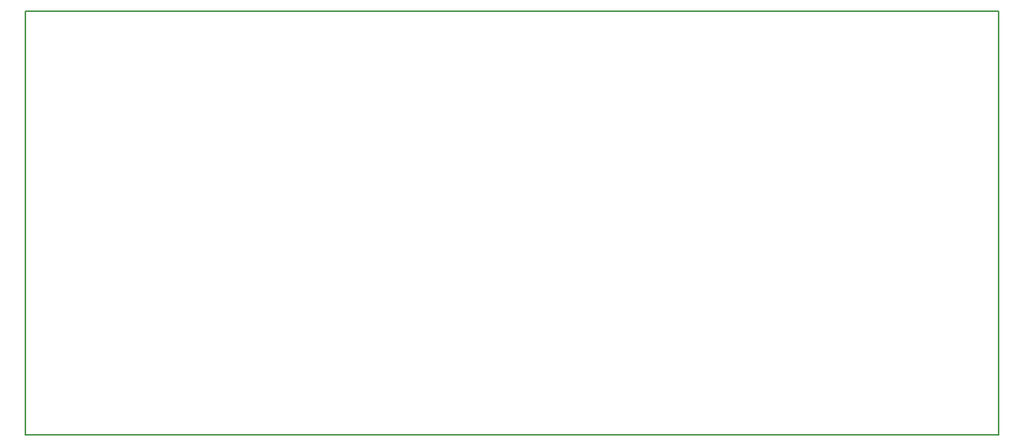
<source format=gbr>
%TF.GenerationSoftware,KiCad,Pcbnew,9.0.7*%
%TF.CreationDate,2026-01-30T14:49:52-06:00*%
%TF.ProjectId,displayboard,64697370-6c61-4796-926f-6172642e6b69,rev?*%
%TF.SameCoordinates,Original*%
%TF.FileFunction,Profile,NP*%
%FSLAX46Y46*%
G04 Gerber Fmt 4.6, Leading zero omitted, Abs format (unit mm)*
G04 Created by KiCad (PCBNEW 9.0.7) date 2026-01-30 14:49:52*
%MOMM*%
%LPD*%
G01*
G04 APERTURE LIST*
%TA.AperFunction,Profile*%
%ADD10C,0.200000*%
%TD*%
G04 APERTURE END LIST*
D10*
X82100000Y-67950000D02*
X192550000Y-67950000D01*
X192550000Y-116000000D01*
X82100000Y-116000000D01*
X82100000Y-67950000D01*
M02*

</source>
